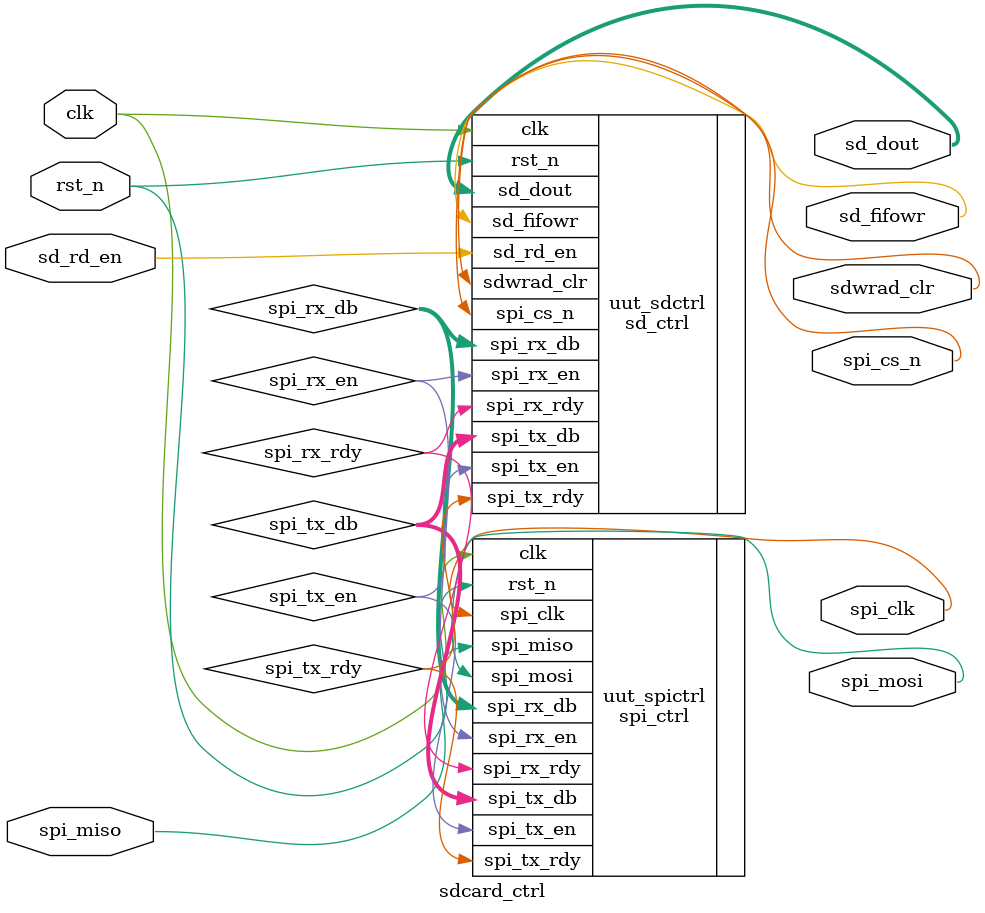
<source format=v>
`timescale 1ns / 1ps
module sdcard_ctrl(
			clk,rst_n,
			spi_miso,spi_mosi,spi_clk,spi_cs_n,
			sd_dout,sd_fifowr,sd_rd_en,sdwrad_clr
			);

input clk;		//FPAGÊäÈëÊ±ÖÓÐÅºÅ50MHz
input rst_n;	//FPGAÊäÈë¸´Î»ÐÅºÅ

input spi_miso;		//SPIÖ÷»úÊäÈë´Ó»úÊä³öÊý¾ÝÐÅºÅ
output spi_mosi;	//SPIÖ÷»úÊä³ö´Ó»úÊäÈëÊý¾ÝÐÅºÅ
output spi_clk;		//SPIÊ±ÖÓÐÅºÅ£¬ÓÉÖ÷»ú²úÉú
output spi_cs_n;	//SPI´ÓÉè±¸Ê¹ÄÜÐÅºÅ£¬ÓÉÖ÷Éè±¸¿ØÖÆ

output[7:0] sd_dout;	//´ÓSD¶Á³öµÄ´ý·ÅÈëFIFOÊý¾Ý
output sd_fifowr;		//sd¶Á³öÊý¾ÝÐ´ÈëFIFOÊ¹ÄÜÐÅºÅ£¬¸ßÓÐÐ§
input sd_rd_en;
output sdwrad_clr;		//SDRAMÐ´¿ØÖÆÏà¹ØÐÅºÅÇåÁã¸´Î»ÐÅºÅ£¬¸ßÓÐÐ§

//output[3:0] led;	//µ÷ÊÔÊ¹ÓÃ

//----------------------------------------------------------------
wire spi_tx_en;		//SPIÊý¾Ý·¢ËÍÊ¹ÄÜÐÅºÅ£¬¸ßÓÐÐ§
wire spi_tx_rdy;		//SPIÊý¾Ý·¢ËÍÍê³É±êÖ¾Î»£¬¸ßÓÐÐ§
wire spi_rx_en;		//SPIÊý¾Ý½ÓÊÕÊ¹ÄÜÐÅºÅ£¬¸ßÓÐÐ§
wire spi_rx_rdy;		//SPIÊý¾Ý½ÓÊÕÍê³É±êÖ¾Î»£¬¸ßÓÐÐ§
wire[7:0] spi_tx_db;	//SPIÊý¾Ý·¢ËÍ¼Ä´æÆ÷
wire[7:0] spi_rx_db;	//SPIÊý¾Ý½ÓÊÕ¼Ä´æÆ÷


//----------------------------------------------------------------
//Àý»¯SPI´«Êä¿ØÖÆÄ£¿é
spi_ctrl		uut_spictrl(
					.clk(clk),
					.rst_n(rst_n),
					.spi_miso(spi_miso),
					.spi_mosi(spi_mosi),
					.spi_clk(spi_clk),
					.spi_tx_en(spi_tx_en),
					.spi_tx_rdy(spi_tx_rdy),
					.spi_rx_en(spi_rx_en),
					.spi_rx_rdy(spi_rx_rdy),
					.spi_tx_db(spi_tx_db),
					.spi_rx_db(spi_rx_db)
				);

//Àý»¯SDÃüÁî¿ØÖÆÄ£¿é
sd_ctrl			uut_sdctrl(
					.clk(clk),
					.rst_n(rst_n),
					.spi_cs_n(spi_cs_n),
					.spi_tx_en(spi_tx_en),
					.spi_tx_rdy(spi_tx_rdy),
					.spi_rx_en(spi_rx_en),
					.spi_rx_rdy(spi_rx_rdy),
					.spi_tx_db(spi_tx_db),
					.spi_rx_db(spi_rx_db),
					.sd_dout(sd_dout),
					.sd_fifowr(sd_fifowr),
					.sd_rd_en(sd_rd_en),
					.sdwrad_clr(sdwrad_clr)
				);

endmodule

</source>
